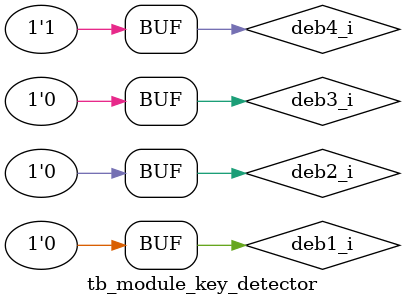
<source format=sv>
`timescale 1ns / 1ps


module tb_module_key_detector;
    logic    deb1_i,
             deb2_i,
             deb3_i,
             deb4_i;
    logic    det_o;
    
    key_detector detector(
    .deb1_i         (deb1_i),
    .deb2_i         (deb2_i),
    .deb3_i         (deb3_i),
    .deb4_i         (deb4_i),
    .det_o          (det_o)
    );
    
    initial begin
        deb1_i = 0;
        deb2_i = 0;
        deb3_i = 0;
        deb4_i = 0;
        #50;
        deb1_i = 1;
        deb2_i = 1;
        deb3_i = 1;
        deb4_i = 0;
        #50;
        deb1_i = 1;
        deb2_i = 0;
        deb3_i = 1;
        deb4_i = 1;
        #50;
        deb1_i = 1;
        deb2_i = 1;
        deb3_i = 1;
        deb4_i = 1;
        #50;
        deb1_i = 1;
        deb2_i = 0;
        deb3_i = 0;
        deb4_i = 0;
        #50;
        deb1_i = 0;
        deb2_i = 1;
        deb3_i = 0;
        deb4_i = 0;
        #50;
        deb1_i = 0;
        deb2_i = 0;
        deb3_i = 1;
        deb4_i = 0;
        #50;
        deb1_i = 0;
        deb2_i = 0;
        deb3_i = 0;
        deb4_i = 1;
        #50;
        deb1_i = 0;
        deb2_i = 1;
        deb3_i = 1;
        deb4_i = 1;
        #50;
        deb1_i = 0;
        deb2_i = 1;
        deb3_i = 1;
        deb4_i = 0;
        #50;
        deb1_i = 1;
        deb2_i = 1;
        deb3_i = 1;
        deb4_i = 1;
        #50;
        deb1_i = 0;
        deb2_i = 0;
        deb3_i = 1;
        deb4_i = 1;
        #50;
        deb1_i = 1;
        deb2_i = 1;
        deb3_i = 0;
        deb4_i = 0;
        #50;
        deb1_i = 1;
        deb2_i = 0;
        deb3_i = 0;
        deb4_i = 1;
        #50;
        deb1_i = 1;
        deb2_i = 1;
        deb3_i = 1;
        deb4_i = 1;
        #50;
        deb1_i = 0;
        deb2_i = 1;
        deb3_i = 1;
        deb4_i = 0;
        #50;
        deb1_i = 1;
        deb2_i = 0;
        deb3_i = 1;
        deb4_i = 1;
        #50;
        deb1_i = 0;
        deb2_i = 0;
        deb3_i = 0;
        deb4_i = 1;
        
        
        
    end


endmodule

</source>
